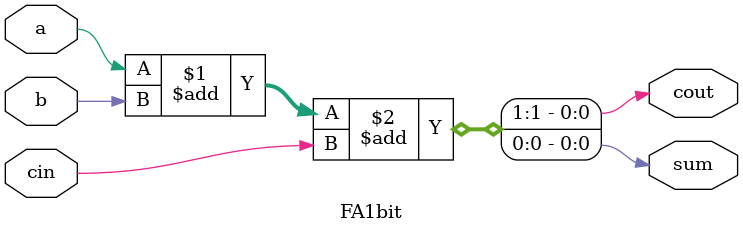
<source format=v>
module FA1bit (a, b, cin, cout, sum);

input a, b, cin;
output cout, sum;

assign {cout, sum} = a + b + cin;

endmodule


</source>
